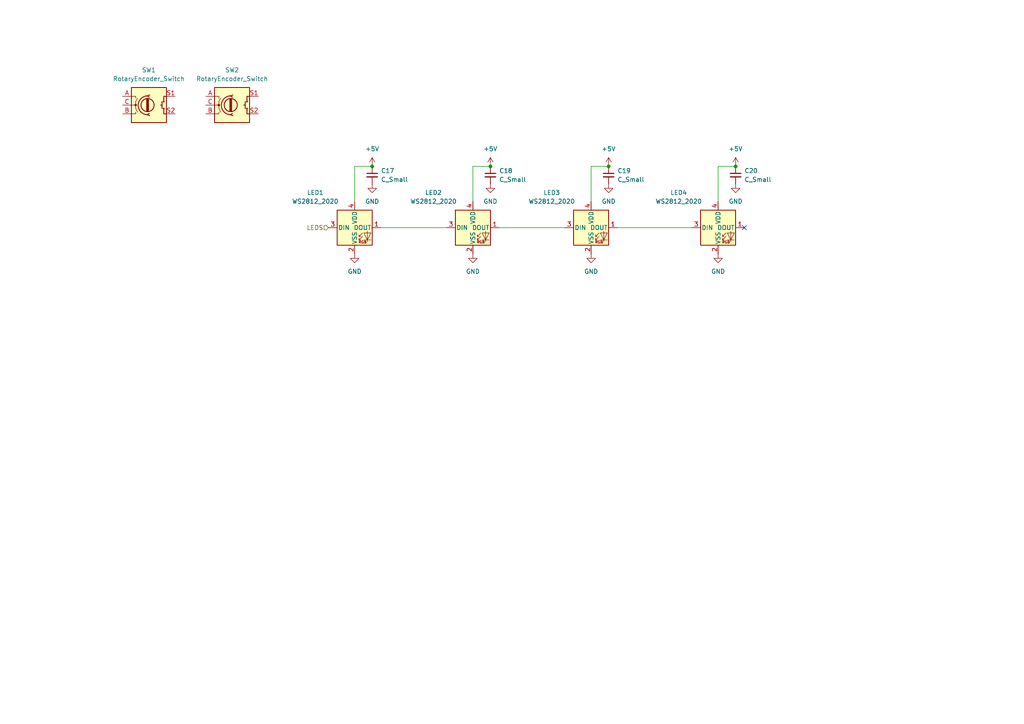
<source format=kicad_sch>
(kicad_sch (version 20241004) (generator "eeschema") (generator_version "8.99")
  (paper "A4")
  (lib_symbols
    (symbol "Device:C_Small" (pin_numbers (hide yes)) (pin_names (offset 0.254) (hide yes))
      (property "Reference" "C" (at 0.254 1.778 0))
      (property "Value" "C_Small" (at 0.254 -2.032 0))
      (symbol "C_Small_0_1"
        (polyline (pts (xy -1.524 0.508) (xy 1.524 0.508)) (stroke (width 0.3048)))
        (polyline (pts (xy -1.524 -0.508) (xy 1.524 -0.508)) (stroke (width 0.3302)))
      )
      (symbol "C_Small_1_1"
        (pin passive line (at 0 2.54 270) (length 2.032) (name "~") (number "1"))
        (pin passive line (at 0 -2.54 90) (length 2.032) (name "~") (number "2"))
      )
    )
    (symbol "Device:RotaryEncoder_Switch" (pin_names (offset 0.254) (hide yes))
      (property "Reference" "SW" (at 0 6.604 0))
      (property "Value" "RotaryEncoder_Switch" (at 0 -6.604 0))
      (symbol "RotaryEncoder_Switch_0_1"
        (rectangle (start -5.08 5.08) (end 5.08 -5.08) (stroke (width 0.254)) (fill (type background)))
        (polyline (pts (xy -5.08 2.54) (xy -3.81 2.54) (xy -3.81 2.032)))
        (polyline (pts (xy -5.08 0) (xy -3.81 0) (xy -3.81 -1.016) (xy -3.302 -2.032)))
        (polyline (pts (xy -5.08 -2.54) (xy -3.81 -2.54) (xy -3.81 -2.032)))
        (polyline (pts (xy -4.318 0) (xy -3.81 0) (xy -3.81 1.016) (xy -3.302 2.032)))
        (circle (center -3.81 0) (radius 0.254) (fill (type outline)))
        (polyline (pts (xy -0.635 -1.778) (xy -0.635 1.778)) (stroke (width 0.254)))
        (circle (center -0.381 0) (radius 1.905) (stroke (width 0.254)))
        (polyline (pts (xy -0.381 -1.778) (xy -0.381 1.778)) (stroke (width 0.254)))
        (arc (start -0.381 -2.794) (mid -3.0988 -0.0635) (end -0.381 2.667) (stroke (width 0.254)))
        (polyline (pts (xy -0.127 1.778) (xy -0.127 -1.778)) (stroke (width 0.254)))
        (polyline (pts (xy 0.254 2.921) (xy -0.508 2.667) (xy 0.127 2.286)) (stroke (width 0.254)))
        (polyline (pts (xy 0.254 -3.048) (xy -0.508 -2.794) (xy 0.127 -2.413)) (stroke (width 0.254)))
        (polyline (pts (xy 3.81 1.016) (xy 3.81 -1.016)) (stroke (width 0.254)))
        (polyline (pts (xy 3.81 0) (xy 3.429 0)) (stroke (width 0.254)))
        (circle (center 4.318 1.016) (radius 0.127) (stroke (width 0.254)))
        (circle (center 4.318 -1.016) (radius 0.127) (stroke (width 0.254)))
        (polyline (pts (xy 5.08 2.54) (xy 4.318 2.54) (xy 4.318 1.016)) (stroke (width 0.254)))
        (polyline (pts (xy 5.08 -2.54) (xy 4.318 -2.54) (xy 4.318 -1.016)) (stroke (width 0.254)))
      )
      (symbol "RotaryEncoder_Switch_1_1"
        (pin passive line (at -7.62 2.54 0) (length 2.54) (name "A") (number "A"))
        (pin passive line (at -7.62 0 0) (length 2.54) (name "C") (number "C"))
        (pin passive line (at -7.62 -2.54 0) (length 2.54) (name "B") (number "B"))
        (pin passive line (at 7.62 2.54 180) (length 2.54) (name "S1") (number "S1"))
        (pin passive line (at 7.62 -2.54 180) (length 2.54) (name "S2") (number "S2"))
      )
    )
    (symbol "PCM_marbastlib-various:WS2812_2020" (pin_names (offset 0.254))
      (property "Reference" "LED" (at 5.08 5.715 0))
      (property "Value" "WS2812_2020" (at 1.27 -5.715 0))
      (symbol "WS2812_2020_0_0"
        (text "RGB" (at 2.286 -4.191 0) (effects (font (size 0.762 0.762))))
      )
      (symbol "WS2812_2020_0_1"
        (polyline (pts (xy 1.27 -2.54) (xy 1.778 -2.54)))
        (polyline (pts (xy 1.27 -3.556) (xy 1.778 -3.556)))
        (polyline (pts (xy 2.286 -1.524) (xy 1.27 -2.54) (xy 1.27 -2.032)))
        (polyline (pts (xy 2.286 -2.54) (xy 1.27 -3.556) (xy 1.27 -3.048)))
        (polyline (pts (xy 3.683 -1.016) (xy 3.683 -3.556) (xy 3.683 -4.064)))
        (polyline (pts (xy 4.699 -1.524) (xy 2.667 -1.524) (xy 3.683 -3.556) (xy 4.699 -1.524)))
        (polyline (pts (xy 4.699 -3.556) (xy 2.667 -3.556)))
        (rectangle (start 5.08 5.08) (end -5.08 -5.08) (stroke (width 0.254)) (fill (type background)))
      )
      (symbol "WS2812_2020_1_1"
        (pin input line (at -7.62 0 0) (length 2.54) (name "DIN") (number "3"))
        (pin power_in line (at 0 7.62 270) (length 2.54) (name "VDD") (number "4"))
        (pin power_in line (at 0 -7.62 90) (length 2.54) (name "VSS") (number "2"))
        (pin output line (at 7.62 0 180) (length 2.54) (name "DOUT") (number "1"))
      )
    )
    (symbol "power:+5V" (power) (pin_names (offset 0))
      (property "Value" "+5V" (at 0 3.556 0))
      (symbol "+5V_0_1"
        (polyline (pts (xy -0.762 1.27) (xy 0 2.54)))
        (polyline (pts (xy 0 2.54) (xy 0.762 1.27)))
        (polyline (pts (xy 0 0) (xy 0 2.54)))
      )
      (symbol "+5V_1_1"
        (pin power_in line (at 0 0 90) (length 0) (hide yes) (name "+5V") (number "1"))
      )
    )
    (symbol "power:GND" (power) (pin_names (offset 0))
      (property "Value" "GND" (at 0 -3.81 0))
      (symbol "GND_0_1"
        (polyline (pts (xy 0 0) (xy 0 -1.27) (xy 1.27 -1.27) (xy 0 -2.54) (xy -1.27 -1.27) (xy 0 -1.27)))
      )
      (symbol "GND_1_1"
        (pin power_in line (at 0 0 270) (length 0) (hide yes) (name "GND") (number "1"))
      )
    )
  )
  (junction (at 176.53 48.26))
  (junction (at 107.95 48.26))
  (junction (at 142.24 48.26))
  (junction (at 213.36 48.26))
  (no_connect (at 215.9 66.04))
  (wire (pts (xy 179.07 66.04) (xy 200.66 66.04)))
  (wire (pts (xy 142.24 48.26) (xy 137.16 48.26)))
  (wire (pts (xy 176.53 48.26) (xy 171.45 48.26)))
  (wire (pts (xy 171.45 48.26) (xy 171.45 58.42)))
  (wire (pts (xy 102.87 48.26) (xy 102.87 58.42)))
  (wire (pts (xy 213.36 48.26) (xy 208.28 48.26)))
  (wire (pts (xy 107.95 48.26) (xy 102.87 48.26)))
  (wire (pts (xy 208.28 48.26) (xy 208.28 58.42)))
  (wire (pts (xy 144.78 66.04) (xy 163.83 66.04)))
  (wire (pts (xy 110.49 66.04) (xy 129.54 66.04)))
  (wire (pts (xy 137.16 48.26) (xy 137.16 58.42)))
  (hierarchical_label "LEDS" (shape input) (at 95.25 66.04 180))
  (symbol (lib_id "power:GND") (at 107.95 53.34 0) (unit 1)
    (property "Reference" "#PWR043" (effects (hide yes)))
    (property "Value" "GND" (at 107.95 58.42 0))
    (property "Description" "Power symbol creates a global label with name \"GND\" , ground" (effects (hide yes)))
  )
  (symbol (lib_id "power:+5V") (at 107.95 48.26 0) (unit 1)
    (property "Reference" "#PWR042" (effects (hide yes)))
    (property "Value" "+5V" (at 107.95 43.18 0))
    (property "Description" "Power symbol creates a global label with name \"+5V\"" (effects (hide yes)))
  )
  (symbol (lib_id "power:GND") (at 142.24 53.34 0) (unit 1)
    (property "Reference" "#PWR046" (effects (hide yes)))
    (property "Value" "GND" (at 142.24 58.42 0))
    (property "Description" "Power symbol creates a global label with name \"GND\" , ground" (effects (hide yes)))
  )
  (symbol (lib_id "power:GND") (at 208.28 73.66 0) (unit 1)
    (property "Reference" "#PWR053" (effects (hide yes)))
    (property "Value" "GND" (at 208.28 78.74 0))
    (property "Description" "Power symbol creates a global label with name \"GND\" , ground" (effects (hide yes)))
  )
  (symbol (lib_id "Device:RotaryEncoder_Switch") (at 67.31 30.48 0) (unit 1)
    (property "Reference" "SW2" (at 67.31 20.32 0))
    (property "Value" "RotaryEncoder_Switch" (at 67.31 22.86 0))
    (property "Description" "Rotary encoder, dual channel, incremental quadrate outputs, with switch" (effects (hide yes)))
  )
  (symbol (lib_id "power:GND") (at 102.87 73.66 0) (unit 1)
    (property "Reference" "#PWR044" (effects (hide yes)))
    (property "Value" "GND" (at 102.87 78.74 0))
    (property "Description" "Power symbol creates a global label with name \"GND\" , ground" (effects (hide yes)))
  )
  (symbol (lib_id "PCM_marbastlib-various:WS2812_2020") (at 171.45 66.04 0) (unit 1)
    (property "Reference" "LED3" (at 160.02 55.88 0))
    (property "Value" "WS2812_2020" (at 160.02 58.42 0))
    (property "Footprint" "PCM_marbastlib-various:LED_WS2812_2020" (effects (hide yes)))
    (property "Datasheet" "https://www.world-semi.com/DownLoadFile/139" (effects (hide yes)))
    (property "Description" "2020 SMD adressable RGB LED with integrated controller" (effects (hide yes)))
  )
  (symbol (lib_id "power:GND") (at 137.16 73.66 0) (unit 1)
    (property "Reference" "#PWR047" (effects (hide yes)))
    (property "Value" "GND" (at 137.16 78.74 0))
    (property "Description" "Power symbol creates a global label with name \"GND\" , ground" (effects (hide yes)))
  )
  (symbol (lib_id "power:GND") (at 171.45 73.66 0) (unit 1)
    (property "Reference" "#PWR052" (effects (hide yes)))
    (property "Value" "GND" (at 171.45 78.74 0))
    (property "Description" "Power symbol creates a global label with name \"GND\" , ground" (effects (hide yes)))
  )
  (symbol (lib_id "Device:C_Small") (at 213.36 50.8 0) (unit 1)
    (property "Reference" "C20" (at 215.9 49.5362 0) (effects (justify left)))
    (property "Value" "C_Small" (at 215.9 52.0762 0) (effects (justify left)))
    (property "Description" "Unpolarized capacitor, small symbol" (effects (hide yes)))
  )
  (symbol (lib_id "power:GND") (at 176.53 53.34 0) (unit 1)
    (property "Reference" "#PWR050" (effects (hide yes)))
    (property "Value" "GND" (at 176.53 58.42 0))
    (property "Description" "Power symbol creates a global label with name \"GND\" , ground" (effects (hide yes)))
  )
  (symbol (lib_id "Device:C_Small") (at 176.53 50.8 0) (unit 1)
    (property "Reference" "C19" (at 179.07 49.5362 0) (effects (justify left)))
    (property "Value" "C_Small" (at 179.07 52.0762 0) (effects (justify left)))
    (property "Description" "Unpolarized capacitor, small symbol" (effects (hide yes)))
  )
  (symbol (lib_id "PCM_marbastlib-various:WS2812_2020") (at 102.87 66.04 0) (unit 1)
    (property "Reference" "LED1" (at 91.44 55.88 0))
    (property "Value" "WS2812_2020" (at 91.44 58.42 0))
    (property "Footprint" "PCM_marbastlib-various:LED_WS2812_2020" (effects (hide yes)))
    (property "Datasheet" "https://www.world-semi.com/DownLoadFile/139" (effects (hide yes)))
    (property "Description" "2020 SMD adressable RGB LED with integrated controller" (effects (hide yes)))
  )
  (symbol (lib_id "PCM_marbastlib-various:WS2812_2020") (at 137.16 66.04 0) (unit 1)
    (property "Reference" "LED2" (at 125.73 55.88 0))
    (property "Value" "WS2812_2020" (at 125.73 58.42 0))
    (property "Footprint" "PCM_marbastlib-various:LED_WS2812_2020" (effects (hide yes)))
    (property "Datasheet" "https://www.world-semi.com/DownLoadFile/139" (effects (hide yes)))
    (property "Description" "2020 SMD adressable RGB LED with integrated controller" (effects (hide yes)))
  )
  (symbol (lib_id "Device:C_Small") (at 107.95 50.8 0) (unit 1)
    (property "Reference" "C17" (at 110.49 49.5362 0) (effects (justify left)))
    (property "Value" "C_Small" (at 110.49 52.0762 0) (effects (justify left)))
    (property "Description" "Unpolarized capacitor, small symbol" (effects (hide yes)))
  )
  (symbol (lib_id "PCM_marbastlib-various:WS2812_2020") (at 208.28 66.04 0) (unit 1)
    (property "Reference" "LED4" (at 196.85 55.88 0))
    (property "Value" "WS2812_2020" (at 196.85 58.42 0))
    (property "Footprint" "PCM_marbastlib-various:LED_WS2812_2020" (effects (hide yes)))
    (property "Datasheet" "https://www.world-semi.com/DownLoadFile/139" (effects (hide yes)))
    (property "Description" "2020 SMD adressable RGB LED with integrated controller" (effects (hide yes)))
  )
  (symbol (lib_id "Device:RotaryEncoder_Switch") (at 43.18 30.48 0) (unit 1)
    (property "Reference" "SW1" (at 43.18 20.32 0))
    (property "Value" "RotaryEncoder_Switch" (at 43.18 22.86 0))
    (property "Description" "Rotary encoder, dual channel, incremental quadrate outputs, with switch" (effects (hide yes)))
  )
  (symbol (lib_id "power:+5V") (at 213.36 48.26 0) (unit 1)
    (property "Reference" "#PWR049" (effects (hide yes)))
    (property "Value" "+5V" (at 213.36 43.18 0))
    (property "Description" "Power symbol creates a global label with name \"+5V\"" (effects (hide yes)))
  )
  (symbol (lib_id "power:+5V") (at 176.53 48.26 0) (unit 1)
    (property "Reference" "#PWR048" (effects (hide yes)))
    (property "Value" "+5V" (at 176.53 43.18 0))
    (property "Description" "Power symbol creates a global label with name \"+5V\"" (effects (hide yes)))
  )
  (symbol (lib_id "power:GND") (at 213.36 53.34 0) (unit 1)
    (property "Reference" "#PWR051" (effects (hide yes)))
    (property "Value" "GND" (at 213.36 58.42 0))
    (property "Description" "Power symbol creates a global label with name \"GND\" , ground" (effects (hide yes)))
  )
  (symbol (lib_id "power:+5V") (at 142.24 48.26 0) (unit 1)
    (property "Reference" "#PWR045" (effects (hide yes)))
    (property "Value" "+5V" (at 142.24 43.18 0))
    (property "Description" "Power symbol creates a global label with name \"+5V\"" (effects (hide yes)))
  )
  (symbol (lib_id "Device:C_Small") (at 142.24 50.8 0) (unit 1)
    (property "Reference" "C18" (at 144.78 49.5362 0) (effects (justify left)))
    (property "Value" "C_Small" (at 144.78 52.0762 0) (effects (justify left)))
    (property "Description" "Unpolarized capacitor, small symbol" (effects (hide yes)))
  )
)
</source>
